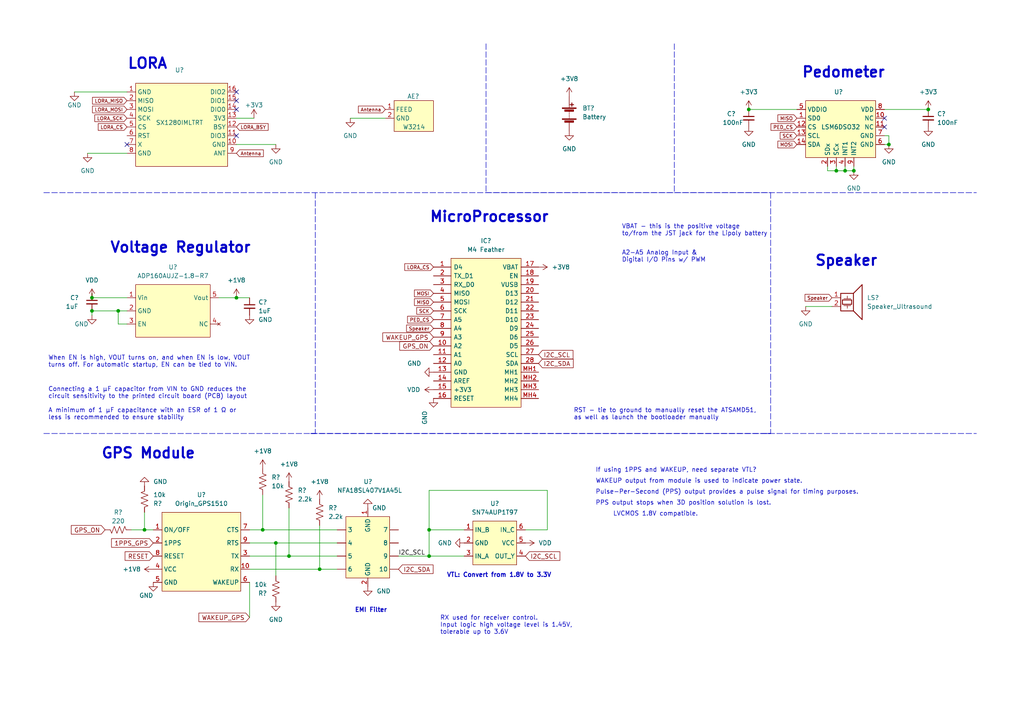
<source format=kicad_sch>
(kicad_sch (version 20211123) (generator eeschema)
  (paper "A4")
  (lib_symbols
    (symbol "Device:Battery" (pin_numbers hide) (pin_names (offset 0) hide)
      (property "Reference" "BT" (at 2.54 2.54 0))
      (property "Value" "Battery" (at 2.54 0 0))
      (symbol "Battery_0_1"
        (rectangle (start -2.032 -1.397) (end 2.032 -1.651) (fill (type outline)))
        (rectangle (start -2.032 1.778) (end 2.032 1.524) (fill (type outline)))
        (rectangle (start -1.3208 -1.9812) (end 1.27 -2.4892) (fill (type outline)))
        (rectangle (start -1.3208 1.1938) (end 1.27 0.6858) (fill (type outline)))
        (polyline (pts (xy 0 -1.524) (xy 0 -1.27)))
        (polyline (pts (xy 0 -1.016) (xy 0 -0.762)))
        (polyline (pts (xy 0 -0.508) (xy 0 -0.254)))
        (polyline (pts (xy 0 0) (xy 0 0.254)))
        (polyline (pts (xy 0 0.508) (xy 0 0.762)))
        (polyline (pts (xy 0 1.778) (xy 0 2.54)))
        (polyline (pts (xy 0.254 2.667) (xy 1.27 2.667)) (stroke (width 0.254)))
        (polyline (pts (xy 0.762 3.175) (xy 0.762 2.159)) (stroke (width 0.254)))
      )
      (symbol "Battery_1_1"
        (pin passive line (at 0 5.08 270) (length 2.54) (name "+") (number "1"))
        (pin passive line (at 0 -5.08 90) (length 2.54) (name "-") (number "2"))
      )
    )
    (symbol "Device:C_Small" (pin_numbers hide) (pin_names (offset 0.254) hide)
      (property "Reference" "C" (at 0.254 1.778 0))
      (property "Value" "C_Small" (at 0.254 -2.032 0))
      (symbol "C_Small_0_1"
        (polyline (pts (xy -1.524 -0.508) (xy 1.524 -0.508)) (stroke (width 0.3302)))
        (polyline (pts (xy -1.524 0.508) (xy 1.524 0.508)) (stroke (width 0.3048)))
      )
      (symbol "C_Small_1_1"
        (pin passive line (at 0 2.54 270) (length 2.032) (name "~") (number "1"))
        (pin passive line (at 0 -2.54 90) (length 2.032) (name "~") (number "2"))
      )
    )
    (symbol "Device:R_US" (pin_numbers hide) (pin_names (offset 0))
      (property "Reference" "R" (at 2.54 0 90))
      (property "Value" "R_US" (at -2.54 0 90))
      (symbol "R_US_0_1"
        (polyline (pts (xy 0 -2.286) (xy 0 -2.54)))
        (polyline (pts (xy 0 2.286) (xy 0 2.54)))
        (polyline (pts (xy 0 -0.762) (xy 1.016 -1.143) (xy 0 -1.524) (xy -1.016 -1.905) (xy 0 -2.286)))
        (polyline (pts (xy 0 0.762) (xy 1.016 0.381) (xy 0 0) (xy -1.016 -0.381) (xy 0 -0.762)))
        (polyline (pts (xy 0 2.286) (xy 1.016 1.905) (xy 0 1.524) (xy -1.016 1.143) (xy 0 0.762)))
      )
      (symbol "R_US_1_1"
        (pin passive line (at 0 3.81 270) (length 1.27) (name "~") (number "1"))
        (pin passive line (at 0 -3.81 90) (length 1.27) (name "~") (number "2"))
      )
    )
    (symbol "Device:Speaker_Ultrasound" (pin_names (offset 0) hide)
      (property "Reference" "LS" (at 0.635 5.715 0))
      (property "Value" "Speaker_Ultrasound" (at 0.635 3.81 0))
      (symbol "Speaker_Ultrasound_0_0"
        (rectangle (start -2.54 1.27) (end 1.143 -3.81) (stroke (width 0.254)))
        (rectangle (start -2.032 -0.635) (end 0.635 -1.905) (stroke (width 0.254)))
        (polyline (pts (xy -1.651 -2.286) (xy 0.381 -2.286)))
        (polyline (pts (xy -1.651 -0.254) (xy 0.381 -0.254)))
        (polyline (pts (xy -0.635 -2.286) (xy -0.635 -3.048)))
        (polyline (pts (xy -0.635 -0.254) (xy -0.635 0.508)))
        (polyline (pts (xy 1.143 1.27) (xy 3.683 3.81) (xy 3.683 -6.35) (xy 1.143 -3.81)) (stroke (width 0.254)))
      )
      (symbol "Speaker_Ultrasound_1_1"
        (pin input line (at -5.08 0 0) (length 2.54) (name "1") (number "1"))
        (pin input line (at -5.08 -2.54 0) (length 2.54) (name "2") (number "2"))
      )
    )
    (symbol "DogTracker:ADP160AUJZ-2.8-R7"
      (property "Reference" "U?" (at 0.635 1.27 0))
      (property "Value" "ADP160AUJZ-2.8-R7" (at 0.635 -1.27 0))
      (symbol "ADP160AUJZ-2.8-R7_0_1"
        (rectangle (start -10.16 -2.54) (end 11.43 -17.78) (fill (type background)))
      )
      (symbol "ADP160AUJZ-2.8-R7_1_1"
        (pin power_in line (at -12.7 -6.35 0) (length 2.54) (name "Vin") (number "1"))
        (pin input line (at -12.7 -10.16 0) (length 2.54) (name "GND") (number "2"))
        (pin input line (at -12.7 -13.97 0) (length 2.54) (name "EN") (number "3"))
        (pin no_connect line (at 13.97 -13.97 180) (length 2.54) (name "NC") (number "4"))
        (pin power_out line (at 13.97 -6.35 180) (length 2.54) (name "Vout") (number "5"))
      )
    )
    (symbol "DogTracker:LSM6DSO32"
      (property "Reference" "U?" (at -0.635 10.16 0))
      (property "Value" "LSM6DSO32" (at 0 0 0))
      (symbol "LSM6DSO32_0_1"
        (rectangle (start -10.16 7.62) (end 10.16 -8.89) (fill (type background)))
      )
      (symbol "LSM6DSO32_1_1"
        (pin input line (at -12.7 2.54 0) (length 2.54) (name "SD0") (number "1"))
        (pin input line (at 12.7 2.54 180) (length 2.54) (name "NC") (number "10"))
        (pin input line (at 12.7 0 180) (length 2.54) (name "NC") (number "11"))
        (pin input line (at -12.7 0 0) (length 2.54) (name "CS") (number "12"))
        (pin input line (at -12.7 -2.54 0) (length 2.54) (name "SCL") (number "13"))
        (pin input line (at -12.7 -5.08 0) (length 2.54) (name "SDA") (number "14"))
        (pin input line (at -3.81 -11.43 90) (length 2.54) (name "SDx") (number "2"))
        (pin input line (at -1.27 -11.43 90) (length 2.54) (name "SCx") (number "3"))
        (pin input line (at 1.27 -11.43 90) (length 2.54) (name "INT1") (number "4"))
        (pin input line (at -12.7 5.08 0) (length 2.54) (name "VDDIO") (number "5"))
        (pin input line (at 12.7 -5.08 180) (length 2.54) (name "GND") (number "6"))
        (pin input line (at 12.7 -2.54 180) (length 2.54) (name "GND") (number "7"))
        (pin input line (at 12.7 5.08 180) (length 2.54) (name "VDD") (number "8"))
        (pin input line (at 3.81 -11.43 90) (length 2.54) (name "INT2") (number "9"))
      )
    )
    (symbol "DogTracker:M4 Feather" (pin_names (offset 0.762))
      (property "Reference" "IC" (at 26.67 7.62 0))
      (property "Value" "M4 Feather" (at 26.67 5.08 0))
      (symbol "M4 Feather_0_0"
        (pin bidirectional line (at 0 0 0) (length 5.08) (name "D4") (number "1"))
        (pin bidirectional line (at 0 -22.86 0) (length 5.08) (name "A2") (number "10"))
        (pin bidirectional line (at 0 -25.4 0) (length 5.08) (name "A1") (number "11"))
        (pin bidirectional line (at 0 -27.94 0) (length 5.08) (name "A0") (number "12"))
        (pin power_in line (at 0 -30.48 0) (length 5.08) (name "GND") (number "13"))
        (pin bidirectional line (at 0 -33.02 0) (length 5.08) (name "AREF") (number "14"))
        (pin power_in line (at 0 -35.56 0) (length 5.08) (name "+3V3") (number "15"))
        (pin input line (at 0 -38.1 0) (length 5.08) (name "RESET") (number "16"))
        (pin power_in line (at 30.48 0 180) (length 5.08) (name "VBAT") (number "17"))
        (pin input line (at 30.48 -2.54 180) (length 5.08) (name "EN") (number "18"))
        (pin power_in line (at 30.48 -5.08 180) (length 5.08) (name "VUSB") (number "19"))
        (pin bidirectional line (at 0 -2.54 0) (length 5.08) (name "TX_D1") (number "2"))
        (pin bidirectional line (at 30.48 -7.62 180) (length 5.08) (name "D13") (number "20"))
        (pin bidirectional line (at 30.48 -10.16 180) (length 5.08) (name "D12") (number "21"))
        (pin bidirectional line (at 30.48 -12.7 180) (length 5.08) (name "D11") (number "22"))
        (pin bidirectional line (at 30.48 -15.24 180) (length 5.08) (name "D10") (number "23"))
        (pin bidirectional line (at 30.48 -17.78 180) (length 5.08) (name "D9") (number "24"))
        (pin bidirectional line (at 30.48 -20.32 180) (length 5.08) (name "D6") (number "25"))
        (pin bidirectional line (at 30.48 -22.86 180) (length 5.08) (name "D5") (number "26"))
        (pin bidirectional line (at 30.48 -25.4 180) (length 5.08) (name "SCL") (number "27"))
        (pin bidirectional line (at 30.48 -27.94 180) (length 5.08) (name "SDA") (number "28"))
        (pin bidirectional line (at 0 -5.08 0) (length 5.08) (name "RX_D0") (number "3"))
        (pin bidirectional line (at 0 -7.62 0) (length 5.08) (name "MISO") (number "4"))
        (pin bidirectional line (at 0 -10.16 0) (length 5.08) (name "MOSI") (number "5"))
        (pin bidirectional line (at 0 -12.7 0) (length 5.08) (name "SCK") (number "6"))
        (pin bidirectional line (at 0 -15.24 0) (length 5.08) (name "A5") (number "7"))
        (pin bidirectional line (at 0 -17.78 0) (length 5.08) (name "A4") (number "8"))
        (pin bidirectional line (at 0 -20.32 0) (length 5.08) (name "A3") (number "9"))
        (pin passive line (at 30.48 -30.48 180) (length 5.08) (name "MH1") (number "MH1"))
        (pin passive line (at 30.48 -33.02 180) (length 5.08) (name "MH2") (number "MH2"))
        (pin passive line (at 30.48 -35.56 180) (length 5.08) (name "MH3") (number "MH3"))
        (pin passive line (at 30.48 -38.1 180) (length 5.08) (name "MH4") (number "MH4"))
      )
      (symbol "M4 Feather_0_1"
        (polyline (pts (xy 5.08 2.54) (xy 25.4 2.54) (xy 25.4 -40.64) (xy 5.08 -40.64) (xy 5.08 2.54)) (stroke (width 0.1524)) (fill (type background)))
      )
    )
    (symbol "DogTracker:NFA18SL407V1A45L"
      (property "Reference" "U2" (at -1.27 6.35 0))
      (property "Value" "NFA18SL407V1A45L" (at -8.89 3.81 0))
      (symbol "NFA18SL407V1A45L_0_1"
        (rectangle (start -6.35 -3.81) (end 6.35 -21.59) (fill (type background)))
      )
      (symbol "NFA18SL407V1A45L_1_1"
        (pin output line (at 8.89 -19.05 180) (length 2.54) (name "10") (number ""))
        (pin input line (at -8.89 -7.62 0) (length 2.54) (name "3") (number ""))
        (pin input line (at -8.89 -11.43 0) (length 2.54) (name "4") (number ""))
        (pin input line (at -8.89 -15.24 0) (length 2.54) (name "5") (number ""))
        (pin input line (at -8.89 -19.05 0) (length 2.54) (name "6") (number ""))
        (pin output line (at 8.89 -7.62 180) (length 2.54) (name "7") (number ""))
        (pin output line (at 8.89 -11.43 180) (length 2.54) (name "8") (number ""))
        (pin output line (at 8.89 -15.24 180) (length 2.54) (name "9") (number ""))
        (pin input line (at 0 -1.27 270) (length 2.54) (name "GND") (number "1"))
        (pin input line (at 0 -24.13 90) (length 2.54) (name "GND") (number "2"))
      )
    )
    (symbol "DogTracker:Origin_GPS1510"
      (property "Reference" "U?" (at 0 1.27 0))
      (property "Value" "Origin_GPS1510" (at 0 -1.27 0))
      (symbol "Origin_GPS1510_0_1"
        (rectangle (start -11.43 -3.81) (end 11.43 -26.67) (fill (type background)))
      )
      (symbol "Origin_GPS1510_1_1"
        (pin input line (at -13.97 -8.89 0) (length 2.54) (name "ON/OFF") (number "1"))
        (pin bidirectional line (at 13.97 -20.32 180) (length 2.54) (name "RX") (number "10"))
        (pin output line (at -13.97 -12.7 0) (length 2.54) (name "1PPS") (number "2"))
        (pin bidirectional line (at 13.97 -16.51 180) (length 2.54) (name "TX") (number "3"))
        (pin power_in line (at -13.97 -20.32 0) (length 2.54) (name "VCC") (number "4"))
        (pin input line (at -13.97 -24.13 0) (length 2.54) (name "GND") (number "5"))
        (pin output line (at 13.97 -24.13 180) (length 2.54) (name "WAKEUP") (number "6"))
        (pin bidirectional line (at 13.97 -8.89 180) (length 2.54) (name "CTS") (number "7"))
        (pin input line (at -13.97 -16.51 0) (length 2.54) (name "RESET") (number "8"))
        (pin bidirectional line (at 13.97 -12.7 180) (length 2.54) (name "RTS") (number "9"))
      )
    )
    (symbol "DogTracker:SN74AUP1T97"
      (property "Reference" "U" (at 0 5.08 0))
      (property "Value" "SN74AUP1T97" (at 0 2.54 0))
      (symbol "SN74AUP1T97_0_1"
        (rectangle (start -6.35 1.27) (end 6.35 -11.43) (fill (type background)))
      )
      (symbol "SN74AUP1T97_1_1"
        (pin input line (at -8.89 -1.27 0) (length 2.54) (name "IN_B") (number "1"))
        (pin input line (at -8.89 -5.08 0) (length 2.54) (name "GND") (number "2"))
        (pin input line (at -8.89 -8.89 0) (length 2.54) (name "IN_A") (number "3"))
        (pin output line (at 8.89 -8.89 180) (length 2.54) (name "OUT_Y") (number "4"))
        (pin power_in line (at 8.89 -5.08 180) (length 2.54) (name "VCC") (number "5"))
        (pin input line (at 8.89 -1.27 180) (length 2.54) (name "IN_C") (number "6"))
      )
    )
    (symbol "DogTracker:SX1280IMLTRT_Radio"
      (property "Reference" "U" (at 0 12.7 0))
      (property "Value" "SX1280IMLTRT_Radio" (at 1.27 -11.43 0))
      (symbol "SX1280IMLTRT_Radio_0_1"
        (rectangle (start -12.7 11.43) (end 13.97 -12.7) (fill (type background)))
      )
      (symbol "SX1280IMLTRT_Radio_1_1"
        (pin bidirectional line (at -15.24 8.89 0) (length 2.54) (name "GND") (number "1"))
        (pin bidirectional line (at 16.51 -6.35 180) (length 2.54) (name "GND") (number "10"))
        (pin bidirectional line (at 16.51 -3.81 180) (length 2.54) (name "DIO3") (number "11"))
        (pin bidirectional line (at 16.51 -1.27 180) (length 2.54) (name "BSY") (number "12"))
        (pin bidirectional line (at 16.51 1.27 180) (length 2.54) (name "3V3") (number "13"))
        (pin bidirectional line (at 16.51 3.81 180) (length 2.54) (name "DIO0") (number "14"))
        (pin bidirectional line (at 16.51 6.35 180) (length 2.54) (name "DIO1") (number "15"))
        (pin bidirectional line (at 16.51 8.89 180) (length 2.54) (name "DIO2") (number "16"))
        (pin bidirectional line (at -15.24 6.35 0) (length 2.54) (name "MISO") (number "2"))
        (pin bidirectional line (at -15.24 3.81 0) (length 2.54) (name "MOSI") (number "3"))
        (pin bidirectional line (at -15.24 1.27 0) (length 2.54) (name "SCK") (number "4"))
        (pin bidirectional line (at -15.24 -1.27 0) (length 2.54) (name "CS") (number "5"))
        (pin bidirectional line (at -15.24 -3.81 0) (length 2.54) (name "RST") (number "6"))
        (pin bidirectional line (at -15.24 -6.35 0) (length 2.54) (name "X") (number "7"))
        (pin bidirectional line (at -15.24 -8.89 0) (length 2.54) (name "GND") (number "8"))
        (pin bidirectional line (at 16.51 -8.89 180) (length 2.54) (name "ANT") (number "9"))
      )
    )
    (symbol "DogTracker:W3214"
      (property "Reference" "AE" (at 0 5.08 0))
      (property "Value" "W3214" (at 0 -3.81 0))
      (symbol "W3214_0_1"
        (rectangle (start -5.08 3.81) (end 6.35 -5.08) (fill (type background)))
      )
      (symbol "W3214_1_1"
        (pin bidirectional line (at -7.62 1.27 0) (length 2.54) (name "FEED") (number "1"))
        (pin bidirectional line (at -7.62 -1.27 0) (length 2.54) (name "GND") (number "2"))
      )
    )
    (symbol "power:+1V8" (power) (pin_names (offset 0))
      (property "Value" "+1V8" (at 0 3.556 0))
      (symbol "+1V8_0_1"
        (polyline (pts (xy -0.762 1.27) (xy 0 2.54)))
        (polyline (pts (xy 0 0) (xy 0 2.54)))
        (polyline (pts (xy 0 2.54) (xy 0.762 1.27)))
      )
      (symbol "+1V8_1_1"
        (pin power_in line (at 0 0 90) (length 0) hide (name "+1V8") (number "1"))
      )
    )
    (symbol "power:+3V3" (power) (pin_names (offset 0))
      (property "Value" "+3V3" (at 0 3.556 0))
      (symbol "+3V3_0_1"
        (polyline (pts (xy -0.762 1.27) (xy 0 2.54)))
        (polyline (pts (xy 0 0) (xy 0 2.54)))
        (polyline (pts (xy 0 2.54) (xy 0.762 1.27)))
      )
      (symbol "+3V3_1_1"
        (pin power_in line (at 0 0 90) (length 0) hide (name "+3V3") (number "1"))
      )
    )
    (symbol "power:+3V8" (power) (pin_names (offset 0))
      (property "Value" "+3V8" (at 0 3.556 0))
      (symbol "+3V8_0_1"
        (polyline (pts (xy -0.762 1.27) (xy 0 2.54)))
        (polyline (pts (xy 0 0) (xy 0 2.54)))
        (polyline (pts (xy 0 2.54) (xy 0.762 1.27)))
      )
      (symbol "+3V8_1_1"
        (pin power_in line (at 0 0 90) (length 0) hide (name "+3V8") (number "1"))
      )
    )
    (symbol "power:GND" (power) (pin_names (offset 0))
      (property "Value" "GND" (at 0 -3.81 0))
      (symbol "GND_0_1"
        (polyline (pts (xy 0 0) (xy 0 -1.27) (xy 1.27 -1.27) (xy 0 -2.54) (xy -1.27 -1.27) (xy 0 -1.27)))
      )
      (symbol "GND_1_1"
        (pin power_in line (at 0 0 270) (length 0) hide (name "GND") (number "1"))
      )
    )
    (symbol "power:VDD" (power) (pin_names (offset 0))
      (property "Value" "VDD" (at 0 3.81 0))
      (symbol "VDD_0_1"
        (polyline (pts (xy -0.762 1.27) (xy 0 2.54)))
        (polyline (pts (xy 0 0) (xy 0 2.54)))
        (polyline (pts (xy 0 2.54) (xy 0.762 1.27)))
      )
      (symbol "VDD_1_1"
        (pin power_in line (at 0 0 90) (length 0) hide (name "VDD") (number "1"))
      )
    )
  )
  (junction (at 247.65 49.53))
  (junction (at 83.82 161.29))
  (junction (at 26.67 86.36))
  (junction (at 76.2 153.67))
  (junction (at 26.67 90.17))
  (junction (at 41.91 153.67))
  (junction (at 80.01 157.48))
  (junction (at 68.58 86.36))
  (junction (at 242.57 49.53))
  (junction (at 124.46 153.67))
  (junction (at 217.17 31.75))
  (junction (at 92.71 165.1))
  (junction (at 34.29 90.17))
  (junction (at 269.24 31.75))
  (junction (at 257.81 41.91))
  (junction (at 124.46 161.29))
  (junction (at 245.11 49.53))
  (no_connect (at 256.54 34.29))
  (no_connect (at 256.54 36.83))
  (no_connect (at 68.58 39.37))
  (no_connect (at 68.58 26.67))
  (no_connect (at 68.58 29.21))
  (no_connect (at 68.58 31.75))
  (no_connect (at 36.83 41.91))
  (wire (pts (xy 245.11 49.53) (xy 247.65 49.53)))
  (wire (pts (xy 25.4 44.45) (xy 36.83 44.45)))
  (wire (pts (xy 217.17 31.75) (xy 231.14 31.75)))
  (wire (pts (xy 41.91 153.67) (xy 44.45 153.67)))
  (wire (pts (xy 124.46 161.29) (xy 134.62 161.29)))
  (wire (pts (xy 256.54 39.37) (xy 257.81 39.37)))
  (wire (pts (xy 26.67 86.36) (xy 36.83 86.36)))
  (polyline (pts (xy 12.7 55.88) (xy 283.21 55.88)))
  (wire (pts (xy 92.71 152.4) (xy 92.71 165.1)))
  (wire (pts (xy 72.39 153.67) (xy 76.2 153.67)))
  (wire (pts (xy 68.58 86.36) (xy 72.39 86.36)))
  (polyline (pts (xy 223.52 55.88) (xy 223.52 125.73)))
  (wire (pts (xy 80.01 157.48) (xy 97.79 157.48)))
  (polyline (pts (xy 223.52 125.73) (xy 222.25 125.73)))
  (wire (pts (xy 242.57 48.26) (xy 242.57 49.53)))
  (wire (pts (xy 124.46 153.67) (xy 134.62 153.67)))
  (wire (pts (xy 68.58 34.29) (xy 73.66 34.29)))
  (polyline (pts (xy 90.17 125.73) (xy 91.44 125.73)))
  (wire (pts (xy 257.81 39.37) (xy 257.81 41.91)))
  (wire (pts (xy 158.75 153.67) (xy 152.4 153.67)))
  (wire (pts (xy 41.91 153.67) (xy 41.91 148.59)))
  (polyline (pts (xy 90.17 125.73) (xy 223.52 125.73)))
  (wire (pts (xy 124.46 142.24) (xy 158.75 142.24)))
  (wire (pts (xy 240.03 48.26) (xy 240.03 49.53)))
  (wire (pts (xy 72.39 157.48) (xy 80.01 157.48)))
  (polyline (pts (xy 91.44 55.88) (xy 91.44 125.73)))
  (wire (pts (xy 245.11 48.26) (xy 245.11 49.53)))
  (wire (pts (xy 124.46 161.29) (xy 124.46 153.67)))
  (polyline (pts (xy 12.7 125.73) (xy 283.21 125.73)))
  (wire (pts (xy 83.82 161.29) (xy 97.79 161.29)))
  (polyline (pts (xy 223.52 55.88) (xy 223.52 55.88)))
  (wire (pts (xy 76.2 143.51) (xy 76.2 153.67)))
  (polyline (pts (xy 140.97 55.88) (xy 223.52 55.88)))
  (wire (pts (xy 240.03 49.53) (xy 242.57 49.53)))
  (wire (pts (xy 115.57 161.29) (xy 124.46 161.29)))
  (wire (pts (xy 72.39 165.1) (xy 92.71 165.1)))
  (wire (pts (xy 124.46 153.67) (xy 124.46 142.24)))
  (polyline (pts (xy 195.58 12.7) (xy 195.58 55.88)))
  (wire (pts (xy 38.1 153.67) (xy 41.91 153.67)))
  (wire (pts (xy 34.29 90.17) (xy 34.29 93.98)))
  (wire (pts (xy 233.68 88.9) (xy 241.3 88.9)))
  (wire (pts (xy 34.29 93.98) (xy 36.83 93.98)))
  (wire (pts (xy 63.5 86.36) (xy 68.58 86.36)))
  (wire (pts (xy 83.82 147.32) (xy 83.82 161.29)))
  (wire (pts (xy 101.6 34.29) (xy 111.76 34.29)))
  (wire (pts (xy 92.71 165.1) (xy 97.79 165.1)))
  (wire (pts (xy 256.54 31.75) (xy 269.24 31.75)))
  (wire (pts (xy 26.67 85.09) (xy 26.67 86.36)))
  (wire (pts (xy 21.59 26.67) (xy 36.83 26.67)))
  (wire (pts (xy 26.67 90.17) (xy 34.29 90.17)))
  (wire (pts (xy 34.29 90.17) (xy 36.83 90.17)))
  (wire (pts (xy 26.67 90.17) (xy 26.67 91.44)))
  (wire (pts (xy 247.65 48.26) (xy 247.65 49.53)))
  (wire (pts (xy 80.01 157.48) (xy 80.01 167.005)))
  (wire (pts (xy 72.39 161.29) (xy 83.82 161.29)))
  (wire (pts (xy 68.58 41.91) (xy 80.01 41.91)))
  (wire (pts (xy 72.39 179.07) (xy 72.39 168.91)))
  (wire (pts (xy 242.57 49.53) (xy 245.11 49.53)))
  (polyline (pts (xy 140.97 12.7) (xy 140.97 55.88)))
  (wire (pts (xy 158.75 142.24) (xy 158.75 153.67)))
  (wire (pts (xy 76.2 153.67) (xy 97.79 153.67)))
  (wire (pts (xy 256.54 41.91) (xy 257.81 41.91)))
  (text "VTL: Convert from 1.8V to 3.3V" (at 129.54 167.64 0) (effects (font (size 1.27 1.27) (thickness 0.254) bold) (justify left bottom)))
  (text "WAKEUP output from module is used to indicate power state." (at 172.72 140.335 0) (effects (font (size 1.27 1.27)) (justify left bottom)))
  (text "PPS output stops when 3D position solution is lost.\n" (at 172.72 146.685 0) (effects (font (size 1.27 1.27)) (justify left bottom)))
  (text "Voltage Regulator" (at 31.75 73.66 0) (effects (font (size 3 3) (thickness 0.6) bold) (justify left bottom)))
  (text "EMI Filter" (at 102.87 177.8 0) (effects (font (size 1.27 1.27) (thickness 0.254) bold) (justify left bottom)))
  (text "LORA" (at 36.83 20.32 0) (effects (font (size 3 3) (thickness 0.6) bold) (justify left bottom)))
  (text "Pedometer" (at 232.41 22.86 0) (effects (font (size 3 3) (thickness 0.6) bold) (justify left bottom)))
  (text "VBAT - this is the positive voltage \nto/from the JST jack for the Lipoly battery" (at 180.34 68.58 0) (effects (font (size 1.27 1.27)) (justify left bottom)))
  (text "MicroProcessor\n" (at 124.46 64.77 0) (effects (font (size 3 3) (thickness 0.6) bold) (justify left bottom)))
  (text "RX used for receiver control. \nInput logic high voltage level is 1.45V, \ntolerable up to 3.6V" (at 127.635 184.15 0) (effects (font (size 1.27 1.27)) (justify left bottom)))
  (text "LVCMOS 1.8V compatible.\n" (at 177.8 149.86 0) (effects (font (size 1.27 1.27)) (justify left bottom)))
  (text "If using 1PPS and WAKEUP, need separate VTL?" (at 172.72 137.16 0) (effects (font (size 1.27 1.27)) (justify left bottom)))
  (text "When EN is high, VOUT turns on, and when EN is low, VOUT\nturns off. For automatic startup, EN can be tied to VIN." (at 13.97 106.68 0) (effects (font (size 1.27 1.27)) (justify left bottom)))
  (text "A2-A5 Analog Input &\nDigital I/O Pins w/ PWM\n" (at 180.34 76.2 0) (effects (font (size 1.27 1.27)) (justify left bottom)))
  (text "Connecting a 1 μF capacitor from VIN to GND reduces the \ncircuit sensitivity to the printed circuit board (PCB) layout\n\nA minimum of 1 μF capacitance with an ESR of 1 Ω or \nless is recommended to ensure stability " (at 13.97 121.92 0) (effects (font (size 1.27 1.27)) (justify left bottom)))
  (text "GPS Module" (at 29.21 133.35 0) (effects (font (size 3 3) (thickness 0.6) bold) (justify left bottom)))
  (text "RST - tie to ground to manually reset the ATSAMD51,\nas well as launch the bootloader manually" (at 166.37 121.92 0) (effects (font (size 1.27 1.27)) (justify left bottom)))
  (text "Speaker\n" (at 236.22 77.47 0) (effects (font (size 3 3) (thickness 0.6) bold) (justify left bottom)))
  (text "Pulse-Per-Second (PPS) output provides a pulse signal for timing purposes." (at 172.72 143.51 0) (effects (font (size 1.27 1.27)) (justify left bottom)))
  (label "I2C_SCL" (at 115.57 161.29 0))
  (global_label "I2C_SDA" (shape input) (at 115.57 165.1 0) (property "Intersheet References" "${INTERSHEET_REFS}" (effects hide)))
  (global_label "SCK" (shape input) (at 125.73 90.17 180) (effects (font (size 1 1))) (property "Intersheet References" "${INTERSHEET_REFS}" (effects hide)))
  (global_label "MOSI" (shape input) (at 125.73 85.09 180) (effects (font (size 1 1))) (property "Intersheet References" "${INTERSHEET_REFS}" (effects hide)))
  (global_label "WAKEUP_GPS" (shape input) (at 125.73 97.79 180) (property "Intersheet References" "${INTERSHEET_REFS}" (effects hide)))
  (global_label "LORA_MISO" (shape input) (at 36.83 29.21 180) (effects (font (size 1 1))) (property "Intersheet References" "${INTERSHEET_REFS}" (effects hide)))
  (global_label "LORA_CS" (shape input) (at 125.73 77.47 180) (effects (font (size 1 1))) (property "Intersheet References" "${INTERSHEET_REFS}" (effects hide)))
  (global_label "WAKEUP_GPS" (shape input) (at 72.39 179.07 180) (property "Intersheet References" "${INTERSHEET_REFS}" (effects hide)))
  (global_label "I2C_SCL" (shape input) (at 152.4 161.29 0) (property "Intersheet References" "${INTERSHEET_REFS}" (effects hide)))
  (global_label "MISO" (shape input) (at 231.14 34.29 180) (effects (font (size 1 1))) (property "Intersheet References" "${INTERSHEET_REFS}" (effects hide)))
  (global_label "GPS_ON" (shape input) (at 125.73 100.33 180) (property "Intersheet References" "${INTERSHEET_REFS}" (effects hide)))
  (global_label "Speaker" (shape input) (at 125.73 95.25 180) (effects (font (size 1 1))) (property "Intersheet References" "${INTERSHEET_REFS}" (effects hide)))
  (global_label "GPS_ON" (shape input) (at 30.48 153.67 180) (property "Intersheet References" "${INTERSHEET_REFS}" (effects hide)))
  (global_label "Antenna" (shape input) (at 111.76 31.75 180) (effects (font (size 1 1))) (property "Intersheet References" "${INTERSHEET_REFS}" (effects hide)))
  (global_label "LORA_CS" (shape input) (at 36.83 36.83 180) (effects (font (size 1 1))) (property "Intersheet References" "${INTERSHEET_REFS}" (effects hide)))
  (global_label "MOSI" (shape input) (at 231.14 41.91 180) (effects (font (size 1 1))) (property "Intersheet References" "${INTERSHEET_REFS}" (effects hide)))
  (global_label "LORA_MOSI" (shape input) (at 36.83 31.75 180) (effects (font (size 1 1))) (property "Intersheet References" "${INTERSHEET_REFS}" (effects hide)))
  (global_label "I2C_SCL" (shape input) (at 156.21 102.87 0) (property "Intersheet References" "${INTERSHEET_REFS}" (effects hide)))
  (global_label "SCK" (shape input) (at 231.14 39.37 180) (effects (font (size 1 1))) (property "Intersheet References" "${INTERSHEET_REFS}" (effects hide)))
  (global_label "PED_CS" (shape input) (at 125.73 92.71 180) (effects (font (size 1 1))) (property "Intersheet References" "${INTERSHEET_REFS}" (effects hide)))
  (global_label "MISO" (shape input) (at 125.73 87.63 180) (effects (font (size 1 1))) (property "Intersheet References" "${INTERSHEET_REFS}" (effects hide)))
  (global_label "LORA_BSY" (shape input) (at 68.58 36.83 0) (effects (font (size 1 1))) (property "Intersheet References" "${INTERSHEET_REFS}" (effects hide)))
  (global_label "Speaker" (shape input) (at 241.3 86.36 180) (effects (font (size 1 1))) (property "Intersheet References" "${INTERSHEET_REFS}" (effects hide)))
  (global_label "1PPS_GPS" (shape input) (at 44.45 157.48 180) (property "Intersheet References" "${INTERSHEET_REFS}" (effects hide)))
  (global_label "I2C_SDA" (shape input) (at 156.21 105.41 0) (property "Intersheet References" "${INTERSHEET_REFS}" (effects hide)))
  (global_label "LORA_SCK" (shape input) (at 36.83 34.29 180) (effects (font (size 1 1))) (property "Intersheet References" "${INTERSHEET_REFS}" (effects hide)))
  (global_label "RESET" (shape input) (at 44.45 161.29 180) (property "Intersheet References" "${INTERSHEET_REFS}" (effects hide)))
  (global_label "PED_CS" (shape input) (at 231.14 36.83 180) (effects (font (size 1 1))) (property "Intersheet References" "${INTERSHEET_REFS}" (effects hide)))
  (global_label "Antenna" (shape input) (at 68.58 44.45 0) (effects (font (size 1 1))) (property "Intersheet References" "${INTERSHEET_REFS}" (effects hide)))
  (symbol (lib_id "power:GND") (at 21.59 26.67 0) (unit 1)
    (property "Reference" "#PWR?" (effects hide))
    (property "Value" "GND" (at 21.59 30.48 0))
  )
  (symbol (lib_id "power:+3V3") (at 269.24 31.75 0) (unit 1)
    (property "Reference" "#PWR?" (effects hide))
    (property "Value" "+3V3" (at 269.24 26.67 0))
  )
  (symbol (lib_id "power:GND") (at 25.4 44.45 0) (unit 1)
    (property "Reference" "#PWR?" (effects hide))
    (property "Value" "GND" (at 25.4 49.53 0))
  )
  (symbol (lib_id "power:VDD") (at 152.4 157.48 270) (unit 1)
    (property "Reference" "#PWR?" (effects hide))
    (property "Value" "VDD" (at 156.21 157.4801 90) (effects (justify left)))
  )
  (symbol (lib_id "power:GND") (at 80.01 174.625 0) (unit 1)
    (property "Reference" "#PWR?" (effects hide))
    (property "Value" "GND" (at 80.01 179.705 0))
  )
  (symbol (lib_id "power:+3V8") (at 156.21 77.47 270) (unit 1)
    (property "Reference" "#PWR?" (effects hide))
    (property "Value" "+3V8" (at 160.02 77.4699 90) (effects (justify left)))
  )
  (symbol (lib_id "power:GND") (at 217.17 36.83 0) (unit 1)
    (property "Reference" "#PWR?" (effects hide))
    (property "Value" "GND" (at 217.17 41.91 0))
  )
  (symbol (lib_id "Device:C_Small") (at 269.24 34.29 0) (unit 1)
    (property "Reference" "C?" (at 271.78 33.0262 0) (effects (justify left)))
    (property "Value" "100nF" (at 271.78 35.5662 0) (effects (justify left)))
  )
  (symbol (lib_id "Device:R_US") (at 34.29 153.67 90) (mirror x) (unit 1)
    (property "Reference" "R?" (at 34.29 148.59 90))
    (property "Value" "220" (at 34.29 151.13 90))
  )
  (symbol (lib_id "power:+1V8") (at 83.82 139.7 0) (unit 1)
    (property "Reference" "#PWR?" (effects hide))
    (property "Value" "+1V8" (at 83.82 134.62 0))
  )
  (symbol (lib_id "power:VDD") (at 26.67 86.36 0) (unit 1)
    (property "Reference" "#PWR?" (effects hide))
    (property "Value" "VDD" (at 26.67 81.28 0))
  )
  (symbol (lib_id "Device:Battery") (at 165.1 33.02 0) (unit 1)
    (property "Reference" "BT?" (at 168.91 31.3689 0) (effects (justify left)))
    (property "Value" "Battery" (at 168.91 33.9089 0) (effects (justify left)))
  )
  (symbol (lib_id "Device:Speaker_Ultrasound") (at 246.38 86.36 0) (unit 1)
    (property "Reference" "LS?" (at 251.46 86.3599 0) (effects (justify left)))
    (property "Value" "Speaker_Ultrasound" (at 251.46 88.8999 0) (effects (justify left)))
  )
  (symbol (lib_id "power:VDD") (at 125.73 113.03 90) (unit 1)
    (property "Reference" "#PWR?" (effects hide))
    (property "Value" "VDD" (at 121.92 113.0299 90) (effects (justify left)))
  )
  (symbol (lib_id "DogTracker:Origin_GPS1510") (at 58.42 144.78 0) (unit 1)
    (property "Reference" "U?" (at 58.42 143.51 0))
    (property "Value" "Origin_GPS1510" (at 58.42 146.05 0))
  )
  (symbol (lib_id "power:GND") (at 165.1 38.1 0) (unit 1)
    (property "Reference" "#PWR?" (effects hide))
    (property "Value" "GND" (at 165.1 43.18 0))
  )
  (symbol (lib_id "power:+1V8") (at 92.71 144.78 0) (unit 1)
    (property "Reference" "#PWR?" (effects hide))
    (property "Value" "+1V8" (at 92.71 139.7 0))
  )
  (symbol (lib_id "Device:R_US") (at 41.91 144.78 0) (mirror x) (unit 1)
    (property "Reference" "R?" (at 44.45 146.0501 0) (effects (justify left)))
    (property "Value" "10k" (at 44.45 143.5101 0) (effects (justify left)))
  )
  (symbol (lib_id "power:+1V8") (at 44.45 165.1 90) (unit 1)
    (property "Reference" "#PWR?" (effects hide))
    (property "Value" "+1V8" (at 35.56 165.1 90) (effects (justify right)))
  )
  (symbol (lib_id "power:GND") (at 106.68 170.18 0) (unit 1)
    (property "Reference" "#PWR?" (effects hide))
    (property "Value" "GND" (at 109.22 171.4499 0) (effects (justify left)))
  )
  (symbol (lib_id "DogTracker:SX1280IMLTRT_Radio") (at 52.07 35.56 0) (unit 1)
    (property "Reference" "U?" (at 52.07 20.32 0))
    (property "Value" "SX1280IMLTRT" (at 52.07 35.56 0))
  )
  (symbol (lib_id "power:GND") (at 106.68 147.32 180) (unit 1)
    (property "Reference" "#PWR?" (effects hide))
    (property "Value" "GND" (at 107.95 147.32 0) (effects (justify right)))
  )
  (symbol (lib_id "Device:R_US") (at 83.82 143.51 180) (unit 1)
    (property "Reference" "R?" (at 86.36 142.2399 0) (effects (justify right)))
    (property "Value" "2.2k" (at 86.36 144.7799 0) (effects (justify right)))
  )
  (symbol (lib_id "power:+3V8") (at 165.1 27.94 0) (unit 1)
    (property "Reference" "#PWR?" (effects hide))
    (property "Value" "+3V8" (at 165.1 22.86 0))
  )
  (symbol (lib_id "Device:R_US") (at 80.01 170.815 0) (unit 1)
    (property "Reference" "R?" (at 77.47 172.0851 0) (effects (justify right)))
    (property "Value" "10k" (at 77.47 169.5451 0) (effects (justify right)))
  )
  (symbol (lib_id "power:GND") (at 26.67 91.44 0) (unit 1)
    (property "Reference" "#PWR?" (effects hide))
    (property "Value" "GND" (at 21.59 93.98 0) (effects (justify left)))
  )
  (symbol (lib_id "power:+1V8") (at 76.2 135.89 0) (unit 1)
    (property "Reference" "#PWR?" (effects hide))
    (property "Value" "+1V8" (at 76.2 130.81 0))
  )
  (symbol (lib_id "Device:C_Small") (at 72.39 88.9 0) (unit 1)
    (property "Reference" "C?" (at 74.93 87.6362 0) (effects (justify left)))
    (property "Value" "1uF" (at 74.93 90.1762 0) (effects (justify left)))
  )
  (symbol (lib_id "DogTracker:M4 Feather") (at 125.73 77.47 0) (unit 1)
    (property "Reference" "IC?" (at 140.97 69.85 0))
    (property "Value" "M4 Feather" (at 140.97 72.39 0))
    (property "Footprint" "3857" (effects hide))
    (property "Datasheet" "https://learn.adafruit.com/adafruit-feather-m4-express-atsamd51/assembly" (effects hide))
    (property "Description" "Development Boards & Kits - ARM Adafruit Feather M4 Express - Featuring ATSAMD51 - ATSAMD51 Cortex M4" (effects hide))
    (property "Height" "7" (effects hide))
    (property "Manufacturer_Name" "Adafruit" (effects hide))
    (property "Manufacturer_Part_Number" "3857" (effects hide))
    (property "Mouser Part Number" "485-3857" (effects hide))
    (property "Mouser Price/Stock" "https://www.mouser.co.uk/ProductDetail/Adafruit/3857?qs=%252BEew9%252B0nqrAB3p5SH3%252By1Q%3D%3D" (effects hide))
    (property "Arrow Part Number" "3857" (effects hide))
    (property "Arrow Price/Stock" "https://www.arrow.com/en/products/3857/adafruit-industries" (effects hide))
  )
  (symbol (lib_id "Device:C_Small") (at 26.67 87.63 0) (mirror y) (unit 1)
    (property "Reference" "C?" (at 20.32 86.36 0) (effects (justify right)))
    (property "Value" "1uF" (at 19.05 88.9 0) (effects (justify right)))
  )
  (symbol (lib_id "power:GND") (at 269.24 36.83 0) (unit 1)
    (property "Reference" "#PWR?" (effects hide))
    (property "Value" "GND" (at 269.24 41.91 0))
  )
  (symbol (lib_id "power:+3V3") (at 73.66 34.29 0) (unit 1)
    (property "Reference" "#PWR?" (effects hide))
    (property "Value" "+3V3" (at 73.66 30.48 0))
  )
  (symbol (lib_id "DogTracker:W3214") (at 119.38 33.02 0) (unit 1)
    (property "Reference" "AE?" (at 118.11 27.94 0) (effects (justify left)))
    (property "Value" "W3214" (at 116.84 36.83 0) (effects (justify left)))
  )
  (symbol (lib_id "power:GND") (at 80.01 41.91 0) (unit 1)
    (property "Reference" "#PWR?" (effects hide))
    (property "Value" "GND" (at 80.01 46.99 0))
  )
  (symbol (lib_id "power:GND") (at 257.81 41.91 0) (unit 1)
    (property "Reference" "#PWR?" (effects hide))
    (property "Value" "GND" (at 257.81 46.99 0))
  )
  (symbol (lib_id "power:GND") (at 134.62 157.48 270) (unit 1)
    (property "Reference" "#PWR?" (effects hide))
    (property "Value" "GND" (at 127 157.48 90) (effects (justify left)))
  )
  (symbol (lib_id "power:GND") (at 233.68 88.9 0) (unit 1)
    (property "Reference" "#PWR?" (effects hide))
    (property "Value" "GND" (at 233.68 93.98 0))
  )
  (symbol (lib_id "DogTracker:ADP160AUJZ-2.8-R7") (at 49.53 80.01 0) (unit 1)
    (property "Reference" "U?" (at 50.165 77.47 0))
    (property "Value" "ADP160AUJZ-1.8-R7" (at 50.165 80.01 0))
  )
  (symbol (lib_id "power:GND") (at 72.39 91.44 0) (unit 1)
    (property "Reference" "#PWR?" (effects hide))
    (property "Value" "GND" (at 74.93 92.7099 0) (effects (justify left)))
  )
  (symbol (lib_id "power:+1V8") (at 68.58 86.36 0) (unit 1)
    (property "Reference" "#PWR?" (effects hide))
    (property "Value" "+1V8" (at 68.58 81.28 0))
  )
  (symbol (lib_id "power:GND") (at 247.65 49.53 0) (unit 1)
    (property "Reference" "#PWR?" (effects hide))
    (property "Value" "GND" (at 247.65 54.61 0))
  )
  (symbol (lib_id "Device:R_US") (at 92.71 148.59 180) (unit 1)
    (property "Reference" "R?" (at 95.25 147.3199 0) (effects (justify right)))
    (property "Value" "2.2k" (at 95.25 149.8599 0) (effects (justify right)))
  )
  (symbol (lib_id "power:GND") (at 125.73 115.57 0) (unit 1)
    (property "Reference" "#PWR?" (effects hide))
    (property "Value" "GND" (at 123.19 123.19 90) (effects (justify left)))
  )
  (symbol (lib_id "Device:C_Small") (at 217.17 34.29 0) (unit 1)
    (property "Reference" "C?" (at 210.82 33.02 0) (effects (justify left)))
    (property "Value" "100nF" (at 209.55 35.56 0) (effects (justify left)))
  )
  (symbol (lib_id "power:+3V3") (at 217.17 31.75 0) (unit 1)
    (property "Reference" "#PWR?" (effects hide))
    (property "Value" "+3V3" (at 217.17 26.67 0))
  )
  (symbol (lib_id "power:GND") (at 44.45 168.91 0) (unit 1)
    (property "Reference" "#PWR?" (effects hide))
    (property "Value" "GND" (at 44.4499 172.72 0) (effects (justify right)))
  )
  (symbol (lib_id "Device:R_US") (at 76.2 139.7 180) (unit 1)
    (property "Reference" "R?" (at 78.74 138.4299 0) (effects (justify right)))
    (property "Value" "10k" (at 78.74 140.9699 0) (effects (justify right)))
  )
  (symbol (lib_id "power:GND") (at 101.6 34.29 0) (unit 1)
    (property "Reference" "#PWR?" (effects hide))
    (property "Value" "GND" (at 101.6 39.37 0))
  )
  (symbol (lib_id "power:GND") (at 125.73 107.95 270) (unit 1)
    (property "Reference" "#PWR?" (effects hide))
    (property "Value" "GND" (at 118.11 105.41 90) (effects (justify left)))
  )
  (symbol (lib_id "power:GND") (at 41.91 140.97 0) (mirror x) (unit 1)
    (property "Reference" "#PWR?" (effects hide))
    (property "Value" "GND" (at 44.45 139.7001 0) (effects (justify left)))
  )
  (symbol (lib_id "DogTracker:SN74AUP1T97") (at 143.51 152.4 0) (unit 1)
    (property "Reference" "U?" (at 143.51 146.05 0))
    (property "Value" "SN74AUP1T97" (at 143.51 148.59 0))
  )
  (symbol (lib_id "DogTracker:NFA18SL407V1A45L") (at 106.68 146.05 0) (unit 1)
    (property "Reference" "U?" (at 105.41 139.7 0) (effects (justify left)))
    (property "Value" "NFA18SL407V1A45L" (at 97.79 142.24 0) (effects (justify left)))
  )
  (symbol (lib_id "DogTracker:LSM6DSO32") (at 243.84 36.83 0) (unit 1)
    (property "Reference" "U?" (at 243.205 26.67 0))
    (property "Value" "LSM6DSO32" (at 243.84 36.83 0))
  )
)
</source>
